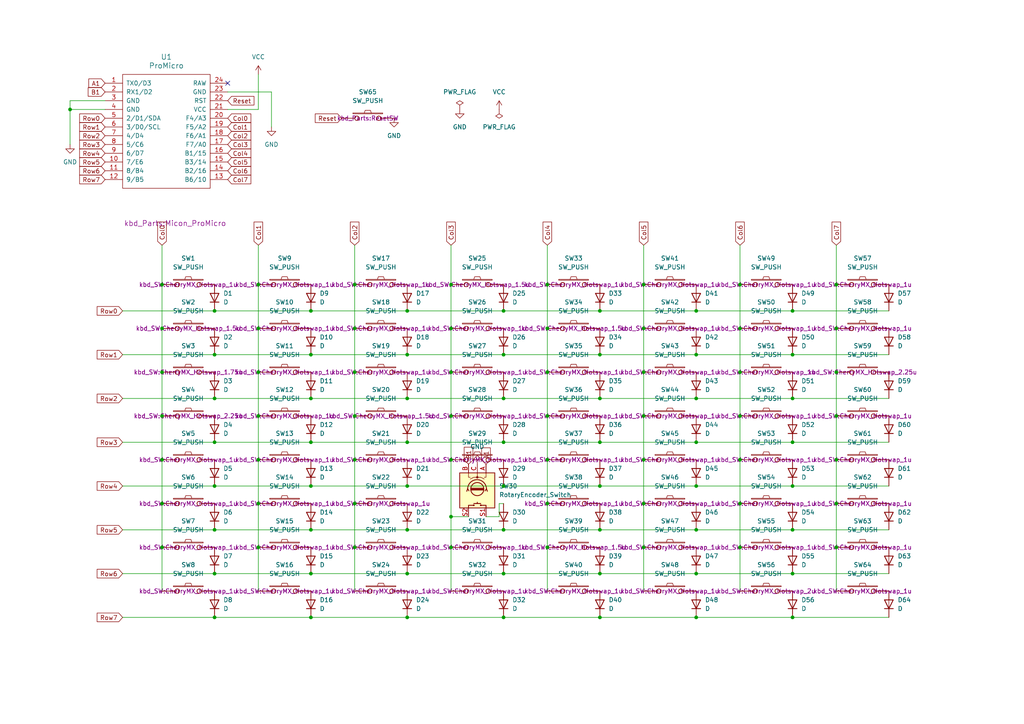
<source format=kicad_sch>
(kicad_sch (version 20230121) (generator eeschema)
  (paper "A4")
  (lib_symbols
    (symbol "Device:D" (pin_numbers hide) (pin_names (offset 1.016) hide)
      (property "Reference" "D" (at 0 2.54 0))
      (property "Value" "D" (at 0 -2.54 0))
      (symbol "D_1_1"
        (pin passive line (at -3.81 0 0) (length 2.54) (name "K") (number "1"))
        (pin passive line (at 3.81 0 180) (length 2.54) (name "A") (number "2"))
      )
    )
    (symbol "Device:RotaryEncoder_Switch" (pin_names (offset 0.254) hide)
      (property "Reference" "SW" (at 0 6.604 0))
      (property "Value" "RotaryEncoder_Switch" (at 0 -6.604 0))
      (symbol "RotaryEncoder_Switch_1_1"
        (pin passive line (at -7.62 2.54 0) (length 2.54) (name "A") (number "A"))
        (pin passive line (at -7.62 -2.54 0) (length 2.54) (name "B") (number "B"))
        (pin passive line (at -7.62 0 0) (length 2.54) (name "C") (number "C"))
        (pin passive line (at 7.62 2.54 180) (length 2.54) (name "S1") (number "S1"))
        (pin passive line (at 7.62 -2.54 180) (length 2.54) (name "S2") (number "S2"))
      )
    )
    (symbol "kbd:ProMicro" (pin_names (offset 1.016))
      (property "Reference" "U" (at 0 19.05 0))
      (property "Value" "ProMicro" (at 0 -19.05 0))
      (symbol "ProMicro_1_1"
        (pin bidirectional line (at -17.78 13.97 0) (length 5.08) (name "TX0/D3") (number "1"))
        (pin bidirectional line (at -17.78 -8.89 0) (length 5.08) (name "7/E6") (number "10"))
        (pin bidirectional line (at -17.78 -11.43 0) (length 5.08) (name "8/B4") (number "11"))
        (pin bidirectional line (at -17.78 -13.97 0) (length 5.08) (name "9/B5") (number "12"))
        (pin bidirectional line (at 17.78 -13.97 180) (length 5.08) (name "B6/10") (number "13"))
        (pin bidirectional line (at 17.78 -11.43 180) (length 5.08) (name "B2/16") (number "14"))
        (pin bidirectional line (at 17.78 -8.89 180) (length 5.08) (name "B3/14") (number "15"))
        (pin bidirectional line (at 17.78 -6.35 180) (length 5.08) (name "B1/15") (number "16"))
        (pin bidirectional line (at 17.78 -3.81 180) (length 5.08) (name "F7/A0") (number "17"))
        (pin bidirectional line (at 17.78 -1.27 180) (length 5.08) (name "F6/A1") (number "18"))
        (pin bidirectional line (at 17.78 1.27 180) (length 5.08) (name "F5/A2") (number "19"))
        (pin bidirectional line (at -17.78 11.43 0) (length 5.08) (name "RX1/D2") (number "2"))
        (pin bidirectional line (at 17.78 3.81 180) (length 5.08) (name "F4/A3") (number "20"))
        (pin power_in line (at 17.78 6.35 180) (length 5.08) (name "VCC") (number "21"))
        (pin input line (at 17.78 8.89 180) (length 5.08) (name "RST") (number "22"))
        (pin power_in line (at 17.78 11.43 180) (length 5.08) (name "GND") (number "23"))
        (pin power_out line (at 17.78 13.97 180) (length 5.08) (name "RAW") (number "24"))
        (pin power_in line (at -17.78 8.89 0) (length 5.08) (name "GND") (number "3"))
        (pin power_in line (at -17.78 6.35 0) (length 5.08) (name "GND") (number "4"))
        (pin bidirectional line (at -17.78 3.81 0) (length 5.08) (name "2/D1/SDA") (number "5"))
        (pin bidirectional line (at -17.78 1.27 0) (length 5.08) (name "3/D0/SCL") (number "6"))
        (pin bidirectional line (at -17.78 -1.27 0) (length 5.08) (name "4/D4") (number "7"))
        (pin bidirectional line (at -17.78 -3.81 0) (length 5.08) (name "5/C6") (number "8"))
        (pin bidirectional line (at -17.78 -6.35 0) (length 5.08) (name "6/D7") (number "9"))
      )
    )
    (symbol "kbd:SW_PUSH" (pin_numbers hide) (pin_names (offset 1.016) hide)
      (property "Reference" "SW" (at 3.81 2.794 0))
      (property "Value" "SW_PUSH" (at 0 -2.032 0))
      (symbol "SW_PUSH_0_1"
        (pin passive inverted (at -7.62 0 0) (length 5.08) (name "1") (number "1"))
        (pin passive inverted (at 7.62 0 180) (length 5.08) (name "2") (number "2"))
      )
    )
    (symbol "power:GND" (power) (pin_names (offset 0))
      (property "Value" "GND" (at 0 -3.81 0))
      (symbol "GND_1_1"
        (pin power_in line (at 0 0 270) (length 0) hide (name "GND") (number "1"))
      )
    )
    (symbol "power:PWR_FLAG" (power) (pin_numbers hide) (pin_names (offset 0) hide)
      (property "Value" "PWR_FLAG" (at 0 3.81 0))
      (symbol "PWR_FLAG_0_0"
        (pin power_out line (at 0 0 90) (length 0) (name "pwr") (number "1"))
      )
    )
    (symbol "power:VCC" (power) (pin_names (offset 0))
      (property "Value" "VCC" (at 0 3.81 0))
      (symbol "VCC_1_1"
        (pin power_in line (at 0 0 90) (length 0) hide (name "VCC") (number "1"))
      )
    )
  )
  (junction (at 46.99 82.55))
  (junction (at 214.63 120.65))
  (junction (at 62.23 179.07))
  (junction (at 62.23 102.87))
  (junction (at 46.99 146.05))
  (junction (at 74.93 133.35))
  (junction (at 90.17 128.27))
  (junction (at 158.75 95.25))
  (junction (at 74.93 158.75))
  (junction (at 201.93 102.87))
  (junction (at 146.05 128.27))
  (junction (at 201.93 153.67))
  (junction (at 46.99 120.65))
  (junction (at 173.99 115.57))
  (junction (at 186.69 107.95))
  (junction (at 242.57 95.25))
  (junction (at 130.81 149.86))
  (junction (at 186.69 133.35))
  (junction (at 62.23 115.57))
  (junction (at 186.69 158.75))
  (junction (at 214.63 133.35))
  (junction (at 130.81 95.25))
  (junction (at 62.23 128.27))
  (junction (at 158.75 107.95))
  (junction (at 118.11 153.67))
  (junction (at 90.17 179.07))
  (junction (at 102.87 82.55))
  (junction (at 130.81 82.55))
  (junction (at 186.69 82.55))
  (junction (at 201.93 166.37))
  (junction (at 173.99 140.97))
  (junction (at 229.87 140.97))
  (junction (at 146.05 166.37))
  (junction (at 229.87 179.07))
  (junction (at 130.81 133.35))
  (junction (at 242.57 146.05))
  (junction (at 62.23 140.97))
  (junction (at 242.57 133.35))
  (junction (at 214.63 95.25))
  (junction (at 46.99 133.35))
  (junction (at 214.63 82.55))
  (junction (at 186.69 146.05))
  (junction (at 158.75 146.05))
  (junction (at 201.93 128.27))
  (junction (at 214.63 107.95))
  (junction (at 20.32 31.75))
  (junction (at 90.17 102.87))
  (junction (at 229.87 153.67))
  (junction (at 102.87 146.05))
  (junction (at 242.57 120.65))
  (junction (at 146.05 90.17))
  (junction (at 90.17 166.37))
  (junction (at 158.75 133.35))
  (junction (at 229.87 90.17))
  (junction (at 158.75 82.55))
  (junction (at 102.87 120.65))
  (junction (at 46.99 95.25))
  (junction (at 90.17 90.17))
  (junction (at 118.11 90.17))
  (junction (at 102.87 107.95))
  (junction (at 201.93 179.07))
  (junction (at 90.17 140.97))
  (junction (at 90.17 153.67))
  (junction (at 173.99 102.87))
  (junction (at 242.57 158.75))
  (junction (at 146.05 140.97))
  (junction (at 242.57 82.55))
  (junction (at 46.99 158.75))
  (junction (at 118.11 102.87))
  (junction (at 229.87 128.27))
  (junction (at 173.99 128.27))
  (junction (at 146.05 102.87))
  (junction (at 102.87 158.75))
  (junction (at 229.87 166.37))
  (junction (at 74.93 146.05))
  (junction (at 173.99 153.67))
  (junction (at 90.17 115.57))
  (junction (at 214.63 146.05))
  (junction (at 201.93 140.97))
  (junction (at 229.87 102.87))
  (junction (at 46.99 107.95))
  (junction (at 158.75 120.65))
  (junction (at 146.05 153.67))
  (junction (at 74.93 120.65))
  (junction (at 118.11 140.97))
  (junction (at 118.11 179.07))
  (junction (at 74.93 107.95))
  (junction (at 186.69 95.25))
  (junction (at 62.23 153.67))
  (junction (at 130.81 120.65))
  (junction (at 173.99 179.07))
  (junction (at 62.23 166.37))
  (junction (at 173.99 90.17))
  (junction (at 201.93 115.57))
  (junction (at 130.81 158.75))
  (junction (at 118.11 128.27))
  (junction (at 102.87 133.35))
  (junction (at 158.75 158.75))
  (junction (at 118.11 166.37))
  (junction (at 146.05 115.57))
  (junction (at 201.93 90.17))
  (junction (at 130.81 107.95))
  (junction (at 229.87 115.57))
  (junction (at 74.93 95.25))
  (junction (at 118.11 115.57))
  (junction (at 186.69 120.65))
  (junction (at 214.63 158.75))
  (junction (at 74.93 82.55))
  (junction (at 242.57 107.95))
  (junction (at 102.87 95.25))
  (junction (at 173.99 166.37))
  (junction (at 62.23 90.17))
  (junction (at 146.05 179.07))
  (no_connect (at 66.04 24.13))
  (wire (pts (xy 130.81 107.95) (xy 130.81 120.65)))
  (wire (pts (xy 74.93 107.95) (xy 74.93 120.65)))
  (wire (pts (xy 214.63 95.25) (xy 214.63 107.95)))
  (wire (pts (xy 35.56 90.17) (xy 62.23 90.17)))
  (wire (pts (xy 229.87 128.27) (xy 257.81 128.27)))
  (wire (pts (xy 146.05 102.87) (xy 173.99 102.87)))
  (wire (pts (xy 214.63 158.75) (xy 214.63 171.45)))
  (wire (pts (xy 173.99 128.27) (xy 201.93 128.27)))
  (wire (pts (xy 146.05 179.07) (xy 173.99 179.07)))
  (wire (pts (xy 158.75 120.65) (xy 158.75 133.35)))
  (wire (pts (xy 118.11 179.07) (xy 146.05 179.07)))
  (wire (pts (xy 62.23 140.97) (xy 90.17 140.97)))
  (wire (pts (xy 30.48 31.75) (xy 20.32 31.75)))
  (wire (pts (xy 62.23 166.37) (xy 90.17 166.37)))
  (wire (pts (xy 90.17 90.17) (xy 118.11 90.17)))
  (wire (pts (xy 173.99 90.17) (xy 201.93 90.17)))
  (wire (pts (xy 102.87 133.35) (xy 102.87 146.05)))
  (wire (pts (xy 90.17 115.57) (xy 118.11 115.57)))
  (wire (pts (xy 146.05 140.97) (xy 173.99 140.97)))
  (wire (pts (xy 130.81 82.55) (xy 130.81 95.25)))
  (wire (pts (xy 90.17 102.87) (xy 118.11 102.87)))
  (wire (pts (xy 201.93 115.57) (xy 229.87 115.57)))
  (wire (pts (xy 90.17 128.27) (xy 118.11 128.27)))
  (wire (pts (xy 118.11 90.17) (xy 146.05 90.17)))
  (wire (pts (xy 186.69 120.65) (xy 186.69 133.35)))
  (wire (pts (xy 173.99 140.97) (xy 201.93 140.97)))
  (wire (pts (xy 62.23 115.57) (xy 90.17 115.57)))
  (wire (pts (xy 158.75 82.55) (xy 158.75 95.25)))
  (wire (pts (xy 173.99 153.67) (xy 201.93 153.67)))
  (wire (pts (xy 173.99 115.57) (xy 201.93 115.57)))
  (wire (pts (xy 146.05 166.37) (xy 173.99 166.37)))
  (wire (pts (xy 130.81 133.35) (xy 130.81 149.86)))
  (wire (pts (xy 130.81 149.86) (xy 135.89 149.86)))
  (wire (pts (xy 146.05 90.17) (xy 173.99 90.17)))
  (wire (pts (xy 66.04 26.67) (xy 78.74 26.67)))
  (wire (pts (xy 46.99 71.12) (xy 46.99 82.55)))
  (wire (pts (xy 214.63 82.55) (xy 214.63 95.25)))
  (wire (pts (xy 20.32 29.21) (xy 20.32 31.75)))
  (wire (pts (xy 102.87 120.65) (xy 102.87 133.35)))
  (wire (pts (xy 74.93 120.65) (xy 74.93 133.35)))
  (wire (pts (xy 201.93 128.27) (xy 229.87 128.27)))
  (wire (pts (xy 90.17 140.97) (xy 118.11 140.97)))
  (wire (pts (xy 229.87 140.97) (xy 257.81 140.97)))
  (wire (pts (xy 62.23 128.27) (xy 90.17 128.27)))
  (wire (pts (xy 62.23 179.07) (xy 90.17 179.07)))
  (wire (pts (xy 229.87 179.07) (xy 257.81 179.07)))
  (wire (pts (xy 62.23 90.17) (xy 90.17 90.17)))
  (wire (pts (xy 35.56 166.37) (xy 62.23 166.37)))
  (wire (pts (xy 74.93 146.05) (xy 74.93 158.75)))
  (wire (pts (xy 146.05 128.27) (xy 173.99 128.27)))
  (wire (pts (xy 74.93 133.35) (xy 74.93 146.05)))
  (wire (pts (xy 90.17 166.37) (xy 118.11 166.37)))
  (wire (pts (xy 242.57 71.12) (xy 242.57 82.55)))
  (wire (pts (xy 46.99 82.55) (xy 46.99 95.25)))
  (wire (pts (xy 102.87 158.75) (xy 102.87 171.45)))
  (wire (pts (xy 186.69 158.75) (xy 186.69 171.45)))
  (wire (pts (xy 46.99 133.35) (xy 46.99 146.05)))
  (wire (pts (xy 78.74 26.67) (xy 78.74 36.83)))
  (wire (pts (xy 242.57 95.25) (xy 242.57 107.95)))
  (wire (pts (xy 186.69 146.05) (xy 186.69 158.75)))
  (wire (pts (xy 158.75 146.05) (xy 158.75 158.75)))
  (wire (pts (xy 173.99 179.07) (xy 201.93 179.07)))
  (wire (pts (xy 102.87 71.12) (xy 102.87 82.55)))
  (wire (pts (xy 118.11 166.37) (xy 146.05 166.37)))
  (wire (pts (xy 35.56 153.67) (xy 62.23 153.67)))
  (wire (pts (xy 201.93 153.67) (xy 229.87 153.67)))
  (wire (pts (xy 158.75 133.35) (xy 158.75 146.05)))
  (wire (pts (xy 186.69 95.25) (xy 186.69 107.95)))
  (wire (pts (xy 201.93 102.87) (xy 229.87 102.87)))
  (wire (pts (xy 144.78 146.05) (xy 146.05 146.05)))
  (wire (pts (xy 158.75 71.12) (xy 158.75 82.55)))
  (wire (pts (xy 46.99 146.05) (xy 46.99 158.75)))
  (wire (pts (xy 90.17 179.07) (xy 118.11 179.07)))
  (wire (pts (xy 46.99 107.95) (xy 46.99 120.65)))
  (wire (pts (xy 146.05 115.57) (xy 173.99 115.57)))
  (wire (pts (xy 102.87 82.55) (xy 102.87 95.25)))
  (wire (pts (xy 229.87 153.67) (xy 257.81 153.67)))
  (wire (pts (xy 201.93 179.07) (xy 229.87 179.07)))
  (wire (pts (xy 35.56 140.97) (xy 62.23 140.97)))
  (wire (pts (xy 46.99 158.75) (xy 46.99 171.45)))
  (wire (pts (xy 214.63 107.95) (xy 214.63 120.65)))
  (wire (pts (xy 130.81 149.86) (xy 130.81 158.75)))
  (wire (pts (xy 46.99 120.65) (xy 46.99 133.35)))
  (wire (pts (xy 118.11 153.67) (xy 146.05 153.67)))
  (wire (pts (xy 35.56 179.07) (xy 62.23 179.07)))
  (wire (pts (xy 130.81 95.25) (xy 130.81 107.95)))
  (wire (pts (xy 74.93 71.12) (xy 74.93 82.55)))
  (wire (pts (xy 158.75 158.75) (xy 158.75 171.45)))
  (wire (pts (xy 242.57 82.55) (xy 242.57 95.25)))
  (wire (pts (xy 229.87 102.87) (xy 257.81 102.87)))
  (wire (pts (xy 229.87 90.17) (xy 257.81 90.17)))
  (wire (pts (xy 242.57 120.65) (xy 242.57 133.35)))
  (wire (pts (xy 90.17 153.67) (xy 118.11 153.67)))
  (wire (pts (xy 118.11 102.87) (xy 146.05 102.87)))
  (wire (pts (xy 173.99 166.37) (xy 201.93 166.37)))
  (wire (pts (xy 130.81 71.12) (xy 130.81 82.55)))
  (wire (pts (xy 102.87 146.05) (xy 102.87 158.75)))
  (wire (pts (xy 214.63 120.65) (xy 214.63 133.35)))
  (wire (pts (xy 201.93 90.17) (xy 229.87 90.17)))
  (wire (pts (xy 158.75 107.95) (xy 158.75 120.65)))
  (wire (pts (xy 186.69 82.55) (xy 186.69 95.25)))
  (wire (pts (xy 102.87 107.95) (xy 102.87 120.65)))
  (wire (pts (xy 35.56 115.57) (xy 62.23 115.57)))
  (wire (pts (xy 214.63 133.35) (xy 214.63 146.05)))
  (wire (pts (xy 35.56 128.27) (xy 62.23 128.27)))
  (wire (pts (xy 201.93 166.37) (xy 229.87 166.37)))
  (wire (pts (xy 20.32 31.75) (xy 20.32 41.91)))
  (wire (pts (xy 118.11 140.97) (xy 146.05 140.97)))
  (wire (pts (xy 186.69 133.35) (xy 186.69 146.05)))
  (wire (pts (xy 74.93 95.25) (xy 74.93 107.95)))
  (wire (pts (xy 140.97 149.86) (xy 144.78 149.86)))
  (wire (pts (xy 242.57 133.35) (xy 242.57 146.05)))
  (wire (pts (xy 74.93 82.55) (xy 74.93 95.25)))
  (wire (pts (xy 146.05 153.67) (xy 173.99 153.67)))
  (wire (pts (xy 201.93 140.97) (xy 229.87 140.97)))
  (wire (pts (xy 158.75 95.25) (xy 158.75 107.95)))
  (wire (pts (xy 214.63 146.05) (xy 214.63 158.75)))
  (wire (pts (xy 186.69 71.12) (xy 186.69 82.55)))
  (wire (pts (xy 214.63 71.12) (xy 214.63 82.55)))
  (wire (pts (xy 242.57 107.95) (xy 242.57 120.65)))
  (wire (pts (xy 130.81 158.75) (xy 130.81 171.45)))
  (wire (pts (xy 144.78 149.86) (xy 144.78 146.05)))
  (wire (pts (xy 62.23 153.67) (xy 90.17 153.67)))
  (wire (pts (xy 242.57 158.75) (xy 242.57 171.45)))
  (wire (pts (xy 173.99 102.87) (xy 201.93 102.87)))
  (wire (pts (xy 66.04 31.75) (xy 74.93 31.75)))
  (wire (pts (xy 130.81 120.65) (xy 130.81 133.35)))
  (wire (pts (xy 74.93 158.75) (xy 74.93 171.45)))
  (wire (pts (xy 30.48 29.21) (xy 20.32 29.21)))
  (wire (pts (xy 229.87 115.57) (xy 257.81 115.57)))
  (wire (pts (xy 229.87 166.37) (xy 257.81 166.37)))
  (wire (pts (xy 62.23 102.87) (xy 90.17 102.87)))
  (wire (pts (xy 186.69 107.95) (xy 186.69 120.65)))
  (wire (pts (xy 74.93 21.59) (xy 74.93 31.75)))
  (wire (pts (xy 46.99 95.25) (xy 46.99 107.95)))
  (wire (pts (xy 102.87 95.25) (xy 102.87 107.95)))
  (wire (pts (xy 118.11 128.27) (xy 146.05 128.27)))
  (wire (pts (xy 35.56 102.87) (xy 62.23 102.87)))
  (wire (pts (xy 118.11 115.57) (xy 146.05 115.57)))
  (wire (pts (xy 242.57 146.05) (xy 242.57 158.75)))
  (global_label "Col7" (shape input) (at 242.57 71.12 90) (property "Intersheetrefs" "${INTERSHEET_REFS}" (effects hide)))
  (global_label "Col2" (shape input) (at 102.87 71.12 90) (property "Intersheetrefs" "${INTERSHEET_REFS}" (effects hide)))
  (global_label "Row5" (shape input) (at 35.56 153.67 180) (property "Intersheetrefs" "${INTERSHEET_REFS}" (effects hide)))
  (global_label "Row7" (shape input) (at 35.56 179.07 180) (property "Intersheetrefs" "${INTERSHEET_REFS}" (effects hide)))
  (global_label "Row0" (shape input) (at 35.56 90.17 180) (property "Intersheetrefs" "${INTERSHEET_REFS}" (effects hide)))
  (global_label "Col1" (shape input) (at 74.93 71.12 90) (property "Intersheetrefs" "${INTERSHEET_REFS}" (effects hide)))
  (global_label "Col4" (shape input) (at 158.75 71.12 90) (property "Intersheetrefs" "${INTERSHEET_REFS}" (effects hide)))
  (global_label "Row1" (shape input) (at 30.48 36.83 180) (property "Intersheetrefs" "${INTERSHEET_REFS}" (effects hide)))
  (global_label "Row2" (shape input) (at 30.48 39.37 180) (property "Intersheetrefs" "${INTERSHEET_REFS}" (effects hide)))
  (global_label "B1" (shape input) (at 30.48 26.67 180) (property "Intersheetrefs" "${INTERSHEET_REFS}" (effects hide)))
  (global_label "Row7" (shape input) (at 30.48 52.07 180) (property "Intersheetrefs" "${INTERSHEET_REFS}" (effects hide)))
  (global_label "Reset" (shape input) (at 99.06 34.29 180) (property "Intersheetrefs" "${INTERSHEET_REFS}" (effects hide)))
  (global_label "Col0" (shape input) (at 46.99 71.12 90) (property "Intersheetrefs" "${INTERSHEET_REFS}" (effects hide)))
  (global_label "Col6" (shape input) (at 214.63 71.12 90) (property "Intersheetrefs" "${INTERSHEET_REFS}" (effects hide)))
  (global_label "Row5" (shape input) (at 30.48 46.99 180) (property "Intersheetrefs" "${INTERSHEET_REFS}" (effects hide)))
  (global_label "Reset" (shape input) (at 66.04 29.21 0) (property "Intersheetrefs" "${INTERSHEET_REFS}" (effects hide)))
  (global_label "Row6" (shape input) (at 35.56 166.37 180) (property "Intersheetrefs" "${INTERSHEET_REFS}" (effects hide)))
  (global_label "Col0" (shape input) (at 66.04 34.29 0) (property "Intersheetrefs" "${INTERSHEET_REFS}" (effects hide)))
  (global_label "Row4" (shape input) (at 35.56 140.97 180) (property "Intersheetrefs" "${INTERSHEET_REFS}" (effects hide)))
  (global_label "Col5" (shape input) (at 66.04 46.99 0) (property "Intersheetrefs" "${INTERSHEET_REFS}" (effects hide)))
  (global_label "Row1" (shape input) (at 35.56 102.87 180) (property "Intersheetrefs" "${INTERSHEET_REFS}" (effects hide)))
  (global_label "Col1" (shape input) (at 66.04 36.83 0) (property "Intersheetrefs" "${INTERSHEET_REFS}" (effects hide)))
  (global_label "Row3" (shape input) (at 30.48 41.91 180) (property "Intersheetrefs" "${INTERSHEET_REFS}" (effects hide)))
  (global_label "Row6" (shape input) (at 30.48 49.53 180) (property "Intersheetrefs" "${INTERSHEET_REFS}" (effects hide)))
  (global_label "Col4" (shape input) (at 66.04 44.45 0) (property "Intersheetrefs" "${INTERSHEET_REFS}" (effects hide)))
  (global_label "Col2" (shape input) (at 66.04 39.37 0) (property "Intersheetrefs" "${INTERSHEET_REFS}" (effects hide)))
  (global_label "Col6" (shape input) (at 66.04 49.53 0) (property "Intersheetrefs" "${INTERSHEET_REFS}" (effects hide)))
  (global_label "B1" (shape input) (at 135.89 134.62 90) (property "Intersheetrefs" "${INTERSHEET_REFS}" (effects hide)))
  (global_label "A1" (shape input) (at 30.48 24.13 180) (property "Intersheetrefs" "${INTERSHEET_REFS}" (effects hide)))
  (global_label "Col5" (shape input) (at 186.69 71.12 90) (property "Intersheetrefs" "${INTERSHEET_REFS}" (effects hide)))
  (global_label "Col3" (shape input) (at 130.81 71.12 90) (property "Intersheetrefs" "${INTERSHEET_REFS}" (effects hide)))
  (global_label "Row2" (shape input) (at 35.56 115.57 180) (property "Intersheetrefs" "${INTERSHEET_REFS}" (effects hide)))
  (global_label "Row3" (shape input) (at 35.56 128.27 180) (property "Intersheetrefs" "${INTERSHEET_REFS}" (effects hide)))
  (global_label "Col7" (shape input) (at 66.04 52.07 0) (property "Intersheetrefs" "${INTERSHEET_REFS}" (effects hide)))
  (global_label "Row0" (shape input) (at 30.48 34.29 180) (property "Intersheetrefs" "${INTERSHEET_REFS}" (effects hide)))
  (global_label "Row4" (shape input) (at 30.48 44.45 180) (property "Intersheetrefs" "${INTERSHEET_REFS}" (effects hide)))
  (global_label "Col3" (shape input) (at 66.04 41.91 0) (property "Intersheetrefs" "${INTERSHEET_REFS}" (effects hide)))
  (global_label "A1" (shape input) (at 140.97 134.62 90) (property "Intersheetrefs" "${INTERSHEET_REFS}" (effects hide)))
  (symbol (lib_id "Device:D") (at 201.93 99.06 90) (unit 1)
    (property "Reference" "D42" (at 204.47 97.79 90) (effects (justify right)))
    (property "Value" "D" (at 204.47 100.33 90) (effects (justify right)))
    (property "Footprint" "kbd_Parts:Diode_SMD" (effects hide))
    (property "Sim.Device" "D" (effects hide))
    (property "Sim.Pins" "1=K 2=A" (effects hide))
  )
  (symbol (lib_id "kbd:SW_PUSH") (at 194.31 107.95 0) (unit 1)
    (property "Reference" "SW43" (at 194.31 100.33 0))
    (property "Value" "SW_PUSH" (at 194.31 102.87 0))
    (property "Footprint" "kbd_SW:CherryMX_Hotswap_1u" (at 194.31 107.95 0))
  )
  (symbol (lib_id "kbd:SW_PUSH") (at 110.49 107.95 0) (unit 1)
    (property "Reference" "SW19" (at 110.49 100.33 0))
    (property "Value" "SW_PUSH" (at 110.49 102.87 0))
    (property "Footprint" "kbd_SW:CherryMX_Hotswap_1u" (at 110.49 107.95 0))
  )
  (symbol (lib_id "kbd:SW_PUSH") (at 82.55 120.65 0) (unit 1)
    (property "Reference" "SW12" (at 82.55 113.03 0))
    (property "Value" "SW_PUSH" (at 82.55 115.57 0))
    (property "Footprint" "kbd_SW:CherryMX_Hotswap_1u" (at 82.55 120.65 0))
  )
  (symbol (lib_id "power:GND") (at 78.74 36.83 0) (unit 1)
    (property "Reference" "#PWR03" (effects hide))
    (property "Value" "GND" (at 78.74 41.91 0))
  )
  (symbol (lib_id "Device:D") (at 201.93 124.46 90) (unit 1)
    (property "Reference" "D44" (at 204.47 123.19 90) (effects (justify right)))
    (property "Value" "D" (at 204.47 125.73 90) (effects (justify right)))
    (property "Footprint" "kbd_Parts:Diode_SMD" (effects hide))
    (property "Sim.Device" "D" (effects hide))
    (property "Sim.Pins" "1=K 2=A" (effects hide))
  )
  (symbol (lib_id "kbd:SW_PUSH") (at 222.25 146.05 0) (unit 1)
    (property "Reference" "SW54" (at 222.25 138.43 0))
    (property "Value" "SW_PUSH" (at 222.25 140.97 0))
    (property "Footprint" "kbd_SW:CherryMX_Hotswap_1u" (at 222.25 146.05 0))
  )
  (symbol (lib_id "kbd:SW_PUSH") (at 166.37 171.45 0) (unit 1)
    (property "Reference" "SW40" (at 166.37 163.83 0))
    (property "Value" "SW_PUSH" (at 166.37 166.37 0))
    (property "Footprint" "kbd_SW:CherryMX_Hotswap_1u" (at 166.37 171.45 0))
  )
  (symbol (lib_id "Device:D") (at 229.87 162.56 90) (unit 1)
    (property "Reference" "D55" (at 232.41 161.29 90) (effects (justify right)))
    (property "Value" "D" (at 232.41 163.83 90) (effects (justify right)))
    (property "Footprint" "kbd_Parts:Diode_SMD" (effects hide))
    (property "Sim.Device" "D" (effects hide))
    (property "Sim.Pins" "1=K 2=A" (effects hide))
  )
  (symbol (lib_id "Device:D") (at 118.11 137.16 90) (unit 1)
    (property "Reference" "D21" (at 120.65 135.89 90) (effects (justify right)))
    (property "Value" "D" (at 120.65 138.43 90) (effects (justify right)))
    (property "Footprint" "kbd_Parts:Diode_SMD" (effects hide))
    (property "Sim.Device" "D" (effects hide))
    (property "Sim.Pins" "1=K 2=A" (effects hide))
  )
  (symbol (lib_id "Device:D") (at 229.87 124.46 90) (unit 1)
    (property "Reference" "D52" (at 232.41 123.19 90) (effects (justify right)))
    (property "Value" "D" (at 232.41 125.73 90) (effects (justify right)))
    (property "Footprint" "kbd_Parts:Diode_SMD" (effects hide))
    (property "Sim.Device" "D" (effects hide))
    (property "Sim.Pins" "1=K 2=A" (effects hide))
  )
  (symbol (lib_id "power:GND") (at 20.32 41.91 0) (unit 1)
    (property "Reference" "#PWR01" (effects hide))
    (property "Value" "GND" (at 20.32 46.99 0))
  )
  (symbol (lib_id "Device:D") (at 201.93 111.76 90) (unit 1)
    (property "Reference" "D43" (at 204.47 110.49 90) (effects (justify right)))
    (property "Value" "D" (at 204.47 113.03 90) (effects (justify right)))
    (property "Footprint" "kbd_Parts:Diode_SMD" (effects hide))
    (property "Sim.Device" "D" (effects hide))
    (property "Sim.Pins" "1=K 2=A" (effects hide))
  )
  (symbol (lib_id "Device:D") (at 90.17 86.36 90) (unit 1)
    (property "Reference" "D9" (at 92.71 85.09 90) (effects (justify right)))
    (property "Value" "D" (at 92.71 87.63 90) (effects (justify right)))
    (property "Footprint" "kbd_Parts:Diode_SMD" (effects hide))
    (property "Sim.Device" "D" (effects hide))
    (property "Sim.Pins" "1=K 2=A" (effects hide))
  )
  (symbol (lib_id "kbd:SW_PUSH") (at 166.37 158.75 0) (unit 1)
    (property "Reference" "SW39" (at 166.37 151.13 0))
    (property "Value" "SW_PUSH" (at 166.37 153.67 0))
    (property "Footprint" "kbd_SW:CherryMX_Hotswap_1.5u" (at 166.37 158.75 0))
  )
  (symbol (lib_id "kbd:SW_PUSH") (at 138.43 158.75 0) (unit 1)
    (property "Reference" "SW31" (at 138.43 151.13 0))
    (property "Value" "SW_PUSH" (at 138.43 153.67 0))
    (property "Footprint" "kbd_SW:CherryMX_Hotswap_1u" (at 138.43 158.75 0))
  )
  (symbol (lib_id "power:GND") (at 138.43 134.62 180) (unit 1)
    (property "Reference" "#PWR06" (effects hide))
    (property "Value" "GND" (at 138.43 129.54 0))
  )
  (symbol (lib_id "kbd:SW_PUSH") (at 138.43 171.45 0) (unit 1)
    (property "Reference" "SW32" (at 138.43 163.83 0))
    (property "Value" "SW_PUSH" (at 138.43 166.37 0))
    (property "Footprint" "kbd_SW:CherryMX_Hotswap_1u" (at 138.43 171.45 0))
  )
  (symbol (lib_id "kbd:SW_PUSH") (at 222.25 95.25 0) (unit 1)
    (property "Reference" "SW50" (at 222.25 87.63 0))
    (property "Value" "SW_PUSH" (at 222.25 90.17 0))
    (property "Footprint" "kbd_SW:CherryMX_Hotswap_1u" (at 222.25 95.25 0))
  )
  (symbol (lib_id "kbd:SW_PUSH") (at 166.37 120.65 0) (unit 1)
    (property "Reference" "SW36" (at 166.37 113.03 0))
    (property "Value" "SW_PUSH" (at 166.37 115.57 0))
    (property "Footprint" "kbd_SW:CherryMX_Hotswap_1u" (at 166.37 120.65 0))
  )
  (symbol (lib_id "kbd:SW_PUSH") (at 110.49 171.45 0) (unit 1)
    (property "Reference" "SW24" (at 110.49 163.83 0))
    (property "Value" "SW_PUSH" (at 110.49 166.37 0))
    (property "Footprint" "kbd_SW:CherryMX_Hotswap_1u" (at 110.49 171.45 0))
  )
  (symbol (lib_id "Device:D") (at 146.05 86.36 90) (unit 1)
    (property "Reference" "D25" (at 148.59 85.09 90) (effects (justify right)))
    (property "Value" "D" (at 148.59 87.63 90) (effects (justify right)))
    (property "Footprint" "kbd_Parts:Diode_SMD" (effects hide))
    (property "Sim.Device" "D" (effects hide))
    (property "Sim.Pins" "1=K 2=A" (effects hide))
  )
  (symbol (lib_id "Device:D") (at 62.23 149.86 90) (unit 1)
    (property "Reference" "D6" (at 64.77 148.59 90) (effects (justify right)))
    (property "Value" "D" (at 64.77 151.13 90) (effects (justify right)))
    (property "Footprint" "kbd_Parts:Diode_SMD" (effects hide))
    (property "Sim.Device" "D" (effects hide))
    (property "Sim.Pins" "1=K 2=A" (effects hide))
  )
  (symbol (lib_id "Device:D") (at 229.87 99.06 90) (unit 1)
    (property "Reference" "D50" (at 232.41 97.79 90) (effects (justify right)))
    (property "Value" "D" (at 232.41 100.33 90) (effects (justify right)))
    (property "Footprint" "kbd_Parts:Diode_SMD" (effects hide))
    (property "Sim.Device" "D" (effects hide))
    (property "Sim.Pins" "1=K 2=A" (effects hide))
  )
  (symbol (lib_id "kbd:SW_PUSH") (at 194.31 95.25 0) (unit 1)
    (property "Reference" "SW42" (at 194.31 87.63 0))
    (property "Value" "SW_PUSH" (at 194.31 90.17 0))
    (property "Footprint" "kbd_SW:CherryMX_Hotswap_1u" (at 194.31 95.25 0))
  )
  (symbol (lib_id "kbd:SW_PUSH") (at 138.43 133.35 0) (unit 1)
    (property "Reference" "SW29" (at 138.43 125.73 0))
    (property "Value" "SW_PUSH" (at 138.43 128.27 0))
    (property "Footprint" "kbd_SW:CherryMX_Hotswap_1u" (at 138.43 133.35 0))
  )
  (symbol (lib_id "Device:D") (at 146.05 149.86 90) (unit 1)
    (property "Reference" "D30" (at 148.59 148.59 90) (effects (justify right)))
    (property "Value" "D" (at 148.59 151.13 90) (effects (justify right)))
    (property "Footprint" "kbd_Parts:Diode_SMD" (effects hide))
    (property "Sim.Device" "D" (effects hide))
    (property "Sim.Pins" "1=K 2=A" (effects hide))
  )
  (symbol (lib_id "kbd:SW_PUSH") (at 222.25 82.55 0) (unit 1)
    (property "Reference" "SW49" (at 222.25 74.93 0))
    (property "Value" "SW_PUSH" (at 222.25 77.47 0))
    (property "Footprint" "kbd_SW:CherryMX_Hotswap_1u" (at 222.25 82.55 0))
  )
  (symbol (lib_id "kbd:SW_PUSH") (at 54.61 171.45 0) (unit 1)
    (property "Reference" "SW8" (at 54.61 163.83 0))
    (property "Value" "SW_PUSH" (at 54.61 166.37 0))
    (property "Footprint" "kbd_SW:CherryMX_Hotswap_1u" (at 54.61 171.45 0))
  )
  (symbol (lib_id "Device:D") (at 90.17 162.56 90) (unit 1)
    (property "Reference" "D15" (at 92.71 161.29 90) (effects (justify right)))
    (property "Value" "D" (at 92.71 163.83 90) (effects (justify right)))
    (property "Footprint" "kbd_Parts:Diode_SMD" (effects hide))
    (property "Sim.Device" "D" (effects hide))
    (property "Sim.Pins" "1=K 2=A" (effects hide))
  )
  (symbol (lib_id "kbd:SW_PUSH") (at 250.19 133.35 0) (unit 1)
    (property "Reference" "SW61" (at 250.19 125.73 0))
    (property "Value" "SW_PUSH" (at 250.19 128.27 0))
    (property "Footprint" "kbd_SW:CherryMX_Hotswap_1u" (at 250.19 133.35 0))
  )
  (symbol (lib_id "Device:D") (at 118.11 175.26 90) (unit 1)
    (property "Reference" "D24" (at 120.65 173.99 90) (effects (justify right)))
    (property "Value" "D" (at 120.65 176.53 90) (effects (justify right)))
    (property "Footprint" "kbd_Parts:Diode_SMD" (effects hide))
    (property "Sim.Device" "D" (effects hide))
    (property "Sim.Pins" "1=K 2=A" (effects hide))
  )
  (symbol (lib_id "Device:D") (at 146.05 124.46 90) (unit 1)
    (property "Reference" "D28" (at 148.59 123.19 90) (effects (justify right)))
    (property "Value" "D" (at 148.59 125.73 90) (effects (justify right)))
    (property "Footprint" "kbd_Parts:Diode_SMD" (effects hide))
    (property "Sim.Device" "D" (effects hide))
    (property "Sim.Pins" "1=K 2=A" (effects hide))
  )
  (symbol (lib_id "kbd:SW_PUSH") (at 194.31 120.65 0) (unit 1)
    (property "Reference" "SW44" (at 194.31 113.03 0))
    (property "Value" "SW_PUSH" (at 194.31 115.57 0))
    (property "Footprint" "kbd_SW:CherryMX_Hotswap_1u" (at 194.31 120.65 0))
  )
  (symbol (lib_id "Device:D") (at 90.17 137.16 90) (unit 1)
    (property "Reference" "D13" (at 92.71 135.89 90) (effects (justify right)))
    (property "Value" "D" (at 92.71 138.43 90) (effects (justify right)))
    (property "Footprint" "kbd_Parts:Diode_SMD" (effects hide))
    (property "Sim.Device" "D" (effects hide))
    (property "Sim.Pins" "1=K 2=A" (effects hide))
  )
  (symbol (lib_id "Device:D") (at 201.93 137.16 90) (unit 1)
    (property "Reference" "D45" (at 204.47 135.89 90) (effects (justify right)))
    (property "Value" "D" (at 204.47 138.43 90) (effects (justify right)))
    (property "Footprint" "kbd_Parts:Diode_SMD" (effects hide))
    (property "Sim.Device" "D" (effects hide))
    (property "Sim.Pins" "1=K 2=A" (effects hide))
  )
  (symbol (lib_id "kbd:SW_PUSH") (at 138.43 95.25 0) (unit 1)
    (property "Reference" "SW26" (at 138.43 87.63 0))
    (property "Value" "SW_PUSH" (at 138.43 90.17 0))
    (property "Footprint" "kbd_SW:CherryMX_Hotswap_1u" (at 138.43 95.25 0))
  )
  (symbol (lib_id "Device:D") (at 173.99 175.26 90) (unit 1)
    (property "Reference" "D40" (at 176.53 173.99 90) (effects (justify right)))
    (property "Value" "D" (at 176.53 176.53 90) (effects (justify right)))
    (property "Footprint" "kbd_Parts:Diode_SMD" (effects hide))
    (property "Sim.Device" "D" (effects hide))
    (property "Sim.Pins" "1=K 2=A" (effects hide))
  )
  (symbol (lib_id "kbd:SW_PUSH") (at 222.25 158.75 0) (unit 1)
    (property "Reference" "SW55" (at 222.25 151.13 0))
    (property "Value" "SW_PUSH" (at 222.25 153.67 0))
    (property "Footprint" "kbd_SW:CherryMX_Hotswap_1u" (at 222.25 158.75 0))
  )
  (symbol (lib_id "Device:D") (at 257.81 99.06 90) (unit 1)
    (property "Reference" "D58" (at 260.35 97.79 90) (effects (justify right)))
    (property "Value" "D" (at 260.35 100.33 90) (effects (justify right)))
    (property "Footprint" "kbd_Parts:Diode_SMD" (effects hide))
    (property "Sim.Device" "D" (effects hide))
    (property "Sim.Pins" "1=K 2=A" (effects hide))
  )
  (symbol (lib_id "kbd:SW_PUSH") (at 110.49 95.25 0) (unit 1)
    (property "Reference" "SW18" (at 110.49 87.63 0))
    (property "Value" "SW_PUSH" (at 110.49 90.17 0))
    (property "Footprint" "kbd_SW:CherryMX_Hotswap_1u" (at 110.49 95.25 0))
  )
  (symbol (lib_id "Device:D") (at 118.11 99.06 90) (unit 1)
    (property "Reference" "D18" (at 120.65 97.79 90) (effects (justify right)))
    (property "Value" "D" (at 120.65 100.33 90) (effects (justify right)))
    (property "Footprint" "kbd_Parts:Diode_SMD" (effects hide))
    (property "Sim.Device" "D" (effects hide))
    (property "Sim.Pins" "1=K 2=A" (effects hide))
  )
  (symbol (lib_id "Device:D") (at 257.81 111.76 90) (unit 1)
    (property "Reference" "D59" (at 260.35 110.49 90) (effects (justify right)))
    (property "Value" "D" (at 260.35 113.03 90) (effects (justify right)))
    (property "Footprint" "kbd_Parts:Diode_SMD" (effects hide))
    (property "Sim.Device" "D" (effects hide))
    (property "Sim.Pins" "1=K 2=A" (effects hide))
  )
  (symbol (lib_id "Device:D") (at 173.99 162.56 90) (unit 1)
    (property "Reference" "D39" (at 176.53 161.29 90) (effects (justify right)))
    (property "Value" "D" (at 176.53 163.83 90) (effects (justify right)))
    (property "Footprint" "kbd_Parts:Diode_SMD" (effects hide))
    (property "Sim.Device" "D" (effects hide))
    (property "Sim.Pins" "1=K 2=A" (effects hide))
  )
  (symbol (lib_id "kbd:SW_PUSH") (at 194.31 171.45 0) (unit 1)
    (property "Reference" "SW48" (at 194.31 163.83 0))
    (property "Value" "SW_PUSH" (at 194.31 166.37 0))
    (property "Footprint" "kbd_SW:CherryMX_Hotswap_1u" (at 194.31 171.45 0))
  )
  (symbol (lib_id "kbd:SW_PUSH") (at 106.68 34.29 0) (unit 1)
    (property "Reference" "SW65" (at 106.68 26.67 0))
    (property "Value" "SW_PUSH" (at 106.68 29.21 0))
    (property "Footprint" "kbd_Parts:ResetSW" (at 106.68 34.29 0))
  )
  (symbol (lib_id "Device:D") (at 118.11 111.76 90) (unit 1)
    (property "Reference" "D19" (at 120.65 110.49 90) (effects (justify right)))
    (property "Value" "D" (at 120.65 113.03 90) (effects (justify right)))
    (property "Footprint" "kbd_Parts:Diode_SMD" (effects hide))
    (property "Sim.Device" "D" (effects hide))
    (property "Sim.Pins" "1=K 2=A" (effects hide))
  )
  (symbol (lib_id "Device:D") (at 257.81 162.56 90) (unit 1)
    (property "Reference" "D63" (at 260.35 161.29 90) (effects (justify right)))
    (property "Value" "D" (at 260.35 163.83 90) (effects (justify right)))
    (property "Footprint" "kbd_Parts:Diode_SMD" (effects hide))
    (property "Sim.Device" "D" (effects hide))
    (property "Sim.Pins" "1=K 2=A" (effects hide))
  )
  (symbol (lib_id "Device:D") (at 118.11 162.56 90) (unit 1)
    (property "Reference" "D23" (at 120.65 161.29 90) (effects (justify right)))
    (property "Value" "D" (at 120.65 163.83 90) (effects (justify right)))
    (property "Footprint" "kbd_Parts:Diode_SMD" (effects hide))
    (property "Sim.Device" "D" (effects hide))
    (property "Sim.Pins" "1=K 2=A" (effects hide))
  )
  (symbol (lib_id "Device:D") (at 173.99 86.36 90) (unit 1)
    (property "Reference" "D33" (at 176.53 85.09 90) (effects (justify right)))
    (property "Value" "D" (at 176.53 87.63 90) (effects (justify right)))
    (property "Footprint" "kbd_Parts:Diode_SMD" (effects hide))
    (property "Sim.Device" "D" (effects hide))
    (property "Sim.Pins" "1=K 2=A" (effects hide))
  )
  (symbol (lib_id "kbd:SW_PUSH") (at 250.19 107.95 0) (unit 1)
    (property "Reference" "SW59" (at 250.19 100.33 0))
    (property "Value" "SW_PUSH" (at 250.19 102.87 0))
    (property "Footprint" "kbd_SW:CherryMX_Hotswap_2.25u" (at 250.19 107.95 0))
  )
  (symbol (lib_id "kbd:SW_PUSH") (at 110.49 146.05 0) (unit 1)
    (property "Reference" "SW22" (at 110.49 138.43 0))
    (property "Value" "SW_PUSH" (at 110.49 140.97 0))
    (property "Footprint" "kbd_SW:CherryMX_Hotswap_1u" (at 110.49 146.05 0))
  )
  (symbol (lib_id "kbd:SW_PUSH") (at 54.61 120.65 0) (unit 1)
    (property "Reference" "SW4" (at 54.61 113.03 0))
    (property "Value" "SW_PUSH" (at 54.61 115.57 0))
    (property "Footprint" "kbd_SW:CherryMX_Hotswap_2.25u" (at 54.61 120.65 0))
  )
  (symbol (lib_id "kbd:SW_PUSH") (at 222.25 120.65 0) (unit 1)
    (property "Reference" "SW52" (at 222.25 113.03 0))
    (property "Value" "SW_PUSH" (at 222.25 115.57 0))
    (property "Footprint" "kbd_SW:CherryMX_Hotswap_1u" (at 222.25 120.65 0))
  )
  (symbol (lib_id "Device:D") (at 146.05 137.16 90) (unit 1)
    (property "Reference" "D29" (at 148.59 135.89 90) (effects (justify right)))
    (property "Value" "D" (at 148.59 138.43 90) (effects (justify right)))
    (property "Footprint" "kbd_Parts:Diode_SMD" (effects hide))
    (property "Sim.Device" "D" (effects hide))
    (property "Sim.Pins" "1=K 2=A" (effects hide))
  )
  (symbol (lib_id "kbd:SW_PUSH") (at 82.55 146.05 0) (unit 1)
    (property "Reference" "SW14" (at 82.55 138.43 0))
    (property "Value" "SW_PUSH" (at 82.55 140.97 0))
    (property "Footprint" "kbd_SW:CherryMX_Hotswap_1u" (at 82.55 146.05 0))
  )
  (symbol (lib_id "Device:D") (at 90.17 111.76 90) (unit 1)
    (property "Reference" "D11" (at 92.71 110.49 90) (effects (justify right)))
    (property "Value" "D" (at 92.71 113.03 90) (effects (justify right)))
    (property "Footprint" "kbd_Parts:Diode_SMD" (effects hide))
    (property "Sim.Device" "D" (effects hide))
    (property "Sim.Pins" "1=K 2=A" (effects hide))
  )
  (symbol (lib_id "Device:D") (at 257.81 175.26 90) (unit 1)
    (property "Reference" "D64" (at 260.35 173.99 90) (effects (justify right)))
    (property "Value" "D" (at 260.35 176.53 90) (effects (justify right)))
    (property "Footprint" "kbd_Parts:Diode_SMD" (effects hide))
    (property "Sim.Device" "D" (effects hide))
    (property "Sim.Pins" "1=K 2=A" (effects hide))
  )
  (symbol (lib_id "Device:D") (at 118.11 86.36 90) (unit 1)
    (property "Reference" "D17" (at 120.65 85.09 90) (effects (justify right)))
    (property "Value" "D" (at 120.65 87.63 90) (effects (justify right)))
    (property "Footprint" "kbd_Parts:Diode_SMD" (effects hide))
    (property "Sim.Device" "D" (effects hide))
    (property "Sim.Pins" "1=K 2=A" (effects hide))
  )
  (symbol (lib_id "Device:D") (at 146.05 175.26 90) (unit 1)
    (property "Reference" "D32" (at 148.59 173.99 90) (effects (justify right)))
    (property "Value" "D" (at 148.59 176.53 90) (effects (justify right)))
    (property "Footprint" "kbd_Parts:Diode_SMD" (effects hide))
    (property "Sim.Device" "D" (effects hide))
    (property "Sim.Pins" "1=K 2=A" (effects hide))
  )
  (symbol (lib_id "kbd:SW_PUSH") (at 82.55 133.35 0) (unit 1)
    (property "Reference" "SW13" (at 82.55 125.73 0))
    (property "Value" "SW_PUSH" (at 82.55 128.27 0))
    (property "Footprint" "kbd_SW:CherryMX_Hotswap_1u" (at 82.55 133.35 0))
  )
  (symbol (lib_id "kbd:SW_PUSH") (at 166.37 146.05 0) (unit 1)
    (property "Reference" "SW38" (at 166.37 138.43 0))
    (property "Value" "SW_PUSH" (at 166.37 140.97 0))
    (property "Footprint" "kbd_SW:CherryMX_Hotswap_1u" (at 166.37 146.05 0))
  )
  (symbol (lib_id "Device:D") (at 146.05 111.76 90) (unit 1)
    (property "Reference" "D27" (at 148.59 110.49 90) (effects (justify right)))
    (property "Value" "D" (at 148.59 113.03 90) (effects (justify right)))
    (property "Footprint" "kbd_Parts:Diode_SMD" (effects hide))
    (property "Sim.Device" "D" (effects hide))
    (property "Sim.Pins" "1=K 2=A" (effects hide))
  )
  (symbol (lib_id "power:VCC") (at 74.93 21.59 0) (unit 1)
    (property "Reference" "#PWR02" (effects hide))
    (property "Value" "VCC" (at 74.93 16.51 0))
  )
  (symbol (lib_id "Device:D") (at 90.17 175.26 90) (unit 1)
    (property "Reference" "D16" (at 92.71 173.99 90) (effects (justify right)))
    (property "Value" "D" (at 92.71 176.53 90) (effects (justify right)))
    (property "Footprint" "kbd_Parts:Diode_SMD" (effects hide))
    (property "Sim.Device" "D" (effects hide))
    (property "Sim.Pins" "1=K 2=A" (effects hide))
  )
  (symbol (lib_id "kbd:SW_PUSH") (at 166.37 82.55 0) (unit 1)
    (property "Reference" "SW33" (at 166.37 74.93 0))
    (property "Value" "SW_PUSH" (at 166.37 77.47 0))
    (property "Footprint" "kbd_SW:CherryMX_Hotswap_1u" (at 166.37 82.55 0))
  )
  (symbol (lib_id "kbd:SW_PUSH") (at 222.25 133.35 0) (unit 1)
    (property "Reference" "SW53" (at 222.25 125.73 0))
    (property "Value" "SW_PUSH" (at 222.25 128.27 0))
    (property "Footprint" "kbd_SW:CherryMX_Hotswap_1u" (at 222.25 133.35 0))
  )
  (symbol (lib_id "kbd:SW_PUSH") (at 166.37 107.95 0) (unit 1)
    (property "Reference" "SW35" (at 166.37 100.33 0))
    (property "Value" "SW_PUSH" (at 166.37 102.87 0))
    (property "Footprint" "kbd_SW:CherryMX_Hotswap_1u" (at 166.37 107.95 0))
  )
  (symbol (lib_id "Device:D") (at 62.23 86.36 90) (unit 1)
    (property "Reference" "D1" (at 64.77 85.09 90) (effects (justify right)))
    (property "Value" "D" (at 64.77 87.63 90) (effects (justify right)))
    (property "Footprint" "kbd_Parts:Diode_SMD" (effects hide))
    (property "Sim.Device" "D" (effects hide))
    (property "Sim.Pins" "1=K 2=A" (effects hide))
  )
  (symbol (lib_id "Device:D") (at 118.11 124.46 90) (unit 1)
    (property "Reference" "D20" (at 120.65 123.19 90) (effects (justify right)))
    (property "Value" "D" (at 120.65 125.73 90) (effects (justify right)))
    (property "Footprint" "kbd_Parts:Diode_SMD" (effects hide))
    (property "Sim.Device" "D" (effects hide))
    (property "Sim.Pins" "1=K 2=A" (effects hide))
  )
  (symbol (lib_id "Device:D") (at 62.23 175.26 90) (unit 1)
    (property "Reference" "D8" (at 64.77 173.99 90) (effects (justify right)))
    (property "Value" "D" (at 64.77 176.53 90) (effects (justify right)))
    (property "Footprint" "kbd_Parts:Diode_SMD" (effects hide))
    (property "Sim.Device" "D" (effects hide))
    (property "Sim.Pins" "1=K 2=A" (effects hide))
  )
  (symbol (lib_id "kbd:SW_PUSH") (at 82.55 82.55 0) (unit 1)
    (property "Reference" "SW9" (at 82.55 74.93 0))
    (property "Value" "SW_PUSH" (at 82.55 77.47 0))
    (property "Footprint" "kbd_SW:CherryMX_Hotswap_1u" (at 82.55 82.55 0))
  )
  (symbol (lib_id "kbd:SW_PUSH") (at 250.19 171.45 0) (unit 1)
    (property "Reference" "SW64" (at 250.19 163.83 0))
    (property "Value" "SW_PUSH" (at 250.19 166.37 0))
    (property "Footprint" "kbd_SW:CherryMX_Hotswap_1u" (at 250.19 171.45 0))
  )
  (symbol (lib_id "kbd:SW_PUSH") (at 82.55 158.75 0) (unit 1)
    (property "Reference" "SW15" (at 82.55 151.13 0))
    (property "Value" "SW_PUSH" (at 82.55 153.67 0))
    (property "Footprint" "kbd_SW:CherryMX_Hotswap_1u" (at 82.55 158.75 0))
  )
  (symbol (lib_id "kbd:SW_PUSH") (at 54.61 82.55 0) (unit 1)
    (property "Reference" "SW1" (at 54.61 74.93 0))
    (property "Value" "SW_PUSH" (at 54.61 77.47 0))
    (property "Footprint" "kbd_SW:CherryMX_Hotswap_1u" (at 54.61 82.55 0))
  )
  (symbol (lib_id "Device:D") (at 173.99 149.86 90) (unit 1)
    (property "Reference" "D38" (at 176.53 148.59 90) (effects (justify right)))
    (property "Value" "D" (at 176.53 151.13 90) (effects (justify right)))
    (property "Footprint" "kbd_Parts:Diode_SMD" (effects hide))
    (property "Sim.Device" "D" (effects hide))
    (property "Sim.Pins" "1=K 2=A" (effects hide))
  )
  (symbol (lib_id "kbd:SW_PUSH") (at 138.43 107.95 0) (unit 1)
    (property "Reference" "SW27" (at 138.43 100.33 0))
    (property "Value" "SW_PUSH" (at 138.43 102.87 0))
    (property "Footprint" "kbd_SW:CherryMX_Hotswap_1u" (at 138.43 107.95 0))
  )
  (symbol (lib_id "power:PWR_FLAG") (at 144.78 31.75 180) (unit 1)
    (property "Reference" "#FLG02" (effects hide))
    (property "Value" "PWR_FLAG" (at 144.78 36.83 0))
  )
  (symbol (lib_id "Device:D") (at 90.17 149.86 90) (unit 1)
    (property "Reference" "D14" (at 92.71 148.59 90) (effects (justify right)))
    (property "Value" "D" (at 92.71 151.13 90) (effects (justify right)))
    (property "Footprint" "kbd_Parts:Diode_SMD" (effects hide))
    (property "Sim.Device" "D" (effects hide))
    (property "Sim.Pins" "1=K 2=A" (effects hide))
  )
  (symbol (lib_id "kbd:SW_PUSH") (at 194.31 82.55 0) (unit 1)
    (property "Reference" "SW41" (at 194.31 74.93 0))
    (property "Value" "SW_PUSH" (at 194.31 77.47 0))
    (property "Footprint" "kbd_SW:CherryMX_Hotswap_1u" (at 194.31 82.55 0))
  )
  (symbol (lib_id "kbd:SW_PUSH") (at 54.61 158.75 0) (unit 1)
    (property "Reference" "SW7" (at 54.61 151.13 0))
    (property "Value" "SW_PUSH" (at 54.61 153.67 0))
    (property "Footprint" "kbd_SW:CherryMX_Hotswap_1u" (at 54.61 158.75 0))
  )
  (symbol (lib_id "kbd:SW_PUSH") (at 82.55 107.95 0) (unit 1)
    (property "Reference" "SW11" (at 82.55 100.33 0))
    (property "Value" "SW_PUSH" (at 82.55 102.87 0))
    (property "Footprint" "kbd_SW:CherryMX_Hotswap_1u" (at 82.55 107.95 0))
  )
  (symbol (lib_id "Device:D") (at 146.05 162.56 90) (unit 1)
    (property "Reference" "D31" (at 148.59 161.29 90) (effects (justify right)))
    (property "Value" "D" (at 148.59 163.83 90) (effects (justify right)))
    (property "Footprint" "kbd_Parts:Diode_SMD" (effects hide))
    (property "Sim.Device" "D" (effects hide))
    (property "Sim.Pins" "1=K 2=A" (effects hide))
  )
  (symbol (lib_id "power:VCC") (at 144.78 31.75 0) (unit 1)
    (property "Reference" "#PWR07" (effects hide))
    (property "Value" "VCC" (at 144.78 26.67 0))
  )
  (symbol (lib_id "power:PWR_FLAG") (at 133.35 31.75 0) (unit 1)
    (property "Reference" "#FLG01" (effects hide))
    (property "Value" "PWR_FLAG" (at 133.35 26.67 0))
  )
  (symbol (lib_id "Device:D") (at 201.93 86.36 90) (unit 1)
    (property "Reference" "D41" (at 204.47 85.09 90) (effects (justify right)))
    (property "Value" "D" (at 204.47 87.63 90) (effects (justify right)))
    (property "Footprint" "kbd_Parts:Diode_SMD" (effects hide))
    (property "Sim.Device" "D" (effects hide))
    (property "Sim.Pins" "1=K 2=A" (effects hide))
  )
  (symbol (lib_id "Device:D") (at 173.99 111.76 90) (unit 1)
    (property "Reference" "D35" (at 176.53 110.49 90) (effects (justify right)))
    (property "Value" "D" (at 176.53 113.03 90) (effects (justify right)))
    (property "Footprint" "kbd_Parts:Diode_SMD" (effects hide))
    (property "Sim.Device" "D" (effects hide))
    (property "Sim.Pins" "1=K 2=A" (effects hide))
  )
  (symbol (lib_id "kbd:SW_PUSH") (at 54.61 146.05 0) (unit 1)
    (property "Reference" "SW6" (at 54.61 138.43 0))
    (property "Value" "SW_PUSH" (at 54.61 140.97 0))
    (property "Footprint" "kbd_SW:CherryMX_Hotswap_1u" (at 54.61 146.05 0))
  )
  (symbol (lib_id "Device:D") (at 173.99 99.06 90) (unit 1)
    (property "Reference" "D34" (at 176.53 97.79 90) (effects (justify right)))
    (property "Value" "D" (at 176.53 100.33 90) (effects (justify right)))
    (property "Footprint" "kbd_Parts:Diode_SMD" (effects hide))
    (property "Sim.Device" "D" (effects hide))
    (property "Sim.Pins" "1=K 2=A" (effects hide))
  )
  (symbol (lib_id "Device:D") (at 229.87 86.36 90) (unit 1)
    (property "Reference" "D49" (at 232.41 85.09 90) (effects (justify right)))
    (property "Value" "D" (at 232.41 87.63 90) (effects (justify right)))
    (property "Footprint" "kbd_Parts:Diode_SMD" (effects hide))
    (property "Sim.Device" "D" (effects hide))
    (property "Sim.Pins" "1=K 2=A" (effects hide))
  )
  (symbol (lib_id "Device:D") (at 62.23 124.46 90) (unit 1)
    (property "Reference" "D4" (at 64.77 123.19 90) (effects (justify right)))
    (property "Value" "D" (at 64.77 125.73 90) (effects (justify right)))
    (property "Footprint" "kbd_Parts:Diode_SMD" (effects hide))
    (property "Sim.Device" "D" (effects hide))
    (property "Sim.Pins" "1=K 2=A" (effects hide))
  )
  (symbol (lib_id "Device:D") (at 118.11 149.86 90) (unit 1)
    (property "Reference" "D22" (at 120.65 148.59 90) (effects (justify right)))
    (property "Value" "D" (at 120.65 151.13 90) (effects (justify right)))
    (property "Footprint" "kbd_Parts:Diode_SMD" (effects hide))
    (property "Sim.Device" "D" (effects hide))
    (property "Sim.Pins" "1=K 2=A" (effects hide))
  )
  (symbol (lib_id "kbd:SW_PUSH") (at 82.55 171.45 0) (unit 1)
    (property "Reference" "SW16" (at 82.55 163.83 0))
    (property "Value" "SW_PUSH" (at 82.55 166.37 0))
    (property "Footprint" "kbd_SW:CherryMX_Hotswap_1u" (at 82.55 171.45 0))
  )
  (symbol (lib_id "kbd:SW_PUSH") (at 54.61 107.95 0) (unit 1)
    (property "Reference" "SW3" (at 54.61 100.33 0))
    (property "Value" "SW_PUSH" (at 54.61 102.87 0))
    (property "Footprint" "kbd_SW:CherryMX_Hotswap_1.75u" (at 54.61 107.95 0))
  )
  (symbol (lib_id "kbd:SW_PUSH") (at 250.19 120.65 0) (unit 1)
    (property "Reference" "SW60" (at 250.19 113.03 0))
    (property "Value" "SW_PUSH" (at 250.19 115.57 0))
    (property "Footprint" "kbd_SW:CherryMX_Hotswap_1u" (at 250.19 120.65 0))
  )
  (symbol (lib_id "kbd:SW_PUSH") (at 110.49 158.75 0) (unit 1)
    (property "Reference" "SW23" (at 110.49 151.13 0))
    (property "Value" "SW_PUSH" (at 110.49 153.67 0))
    (property "Footprint" "kbd_SW:CherryMX_Hotswap_1u" (at 110.49 158.75 0))
  )
  (symbol (lib_id "Device:D") (at 229.87 149.86 90) (unit 1)
    (property "Reference" "D54" (at 232.41 148.59 90) (effects (justify right)))
    (property "Value" "D" (at 232.41 151.13 90) (effects (justify right)))
    (property "Footprint" "kbd_Parts:Diode_SMD" (effects hide))
    (property "Sim.Device" "D" (effects hide))
    (property "Sim.Pins" "1=K 2=A" (effects hide))
  )
  (symbol (lib_id "kbd:SW_PUSH") (at 166.37 133.35 0) (unit 1)
    (property "Reference" "SW37" (at 166.37 125.73 0))
    (property "Value" "SW_PUSH" (at 166.37 128.27 0))
    (property "Footprint" "kbd_SW:CherryMX_Hotswap_1u" (at 166.37 133.35 0))
  )
  (symbol (lib_id "Device:D") (at 173.99 124.46 90) (unit 1)
    (property "Reference" "D36" (at 176.53 123.19 90) (effects (justify right)))
    (property "Value" "D" (at 176.53 125.73 90) (effects (justify right)))
    (property "Footprint" "kbd_Parts:Diode_SMD" (effects hide))
    (property "Sim.Device" "D" (effects hide))
    (property "Sim.Pins" "1=K 2=A" (effects hide))
  )
  (symbol (lib_id "Device:D") (at 62.23 111.76 90) (unit 1)
    (property "Reference" "D3" (at 64.77 110.49 90) (effects (justify right)))
    (property "Value" "D" (at 64.77 113.03 90) (effects (justify right)))
    (property "Footprint" "kbd_Parts:Diode_SMD" (effects hide))
    (property "Sim.Device" "D" (effects hide))
    (property "Sim.Pins" "1=K 2=A" (effects hide))
  )
  (symbol (lib_id "kbd:SW_PUSH") (at 138.43 120.65 0) (unit 1)
    (property "Reference" "SW28" (at 138.43 113.03 0))
    (property "Value" "SW_PUSH" (at 138.43 115.57 0))
    (property "Footprint" "kbd_SW:CherryMX_Hotswap_1u" (at 138.43 120.65 0))
  )
  (symbol (lib_id "kbd:SW_PUSH") (at 194.31 146.05 0) (unit 1)
    (property "Reference" "SW46" (at 194.31 138.43 0))
    (property "Value" "SW_PUSH" (at 194.31 140.97 0))
    (property "Footprint" "kbd_SW:CherryMX_Hotswap_1u" (at 194.31 146.05 0))
  )
  (symbol (lib_id "Device:D") (at 62.23 137.16 90) (unit 1)
    (property "Reference" "D5" (at 64.77 135.89 90) (effects (justify right)))
    (property "Value" "D" (at 64.77 138.43 90) (effects (justify right)))
    (property "Footprint" "kbd_Parts:Diode_SMD" (effects hide))
    (property "Sim.Device" "D" (effects hide))
    (property "Sim.Pins" "1=K 2=A" (effects hide))
  )
  (symbol (lib_id "kbd:SW_PUSH") (at 250.19 158.75 0) (unit 1)
    (property "Reference" "SW63" (at 250.19 151.13 0))
    (property "Value" "SW_PUSH" (at 250.19 153.67 0))
    (property "Footprint" "kbd_SW:CherryMX_Hotswap_1u" (at 250.19 158.75 0))
  )
  (symbol (lib_id "kbd:SW_PUSH") (at 222.25 107.95 0) (unit 1)
    (property "Reference" "SW51" (at 222.25 100.33 0))
    (property "Value" "SW_PUSH" (at 222.25 102.87 0))
    (property "Footprint" "kbd_SW:CherryMX_Hotswap_1u" (at 222.25 107.95 0))
  )
  (symbol (lib_id "Device:D") (at 201.93 162.56 90) (unit 1)
    (property "Reference" "D47" (at 204.47 161.29 90) (effects (justify right)))
    (property "Value" "D" (at 204.47 163.83 90) (effects (justify right)))
    (property "Footprint" "kbd_Parts:Diode_SMD" (effects hide))
    (property "Sim.Device" "D" (effects hide))
    (property "Sim.Pins" "1=K 2=A" (effects hide))
  )
  (symbol (lib_id "Device:D") (at 257.81 149.86 90) (unit 1)
    (property "Reference" "D62" (at 260.35 148.59 90) (effects (justify right)))
    (property "Value" "D" (at 260.35 151.13 90) (effects (justify right)))
    (property "Footprint" "kbd_Parts:Diode_SMD" (effects hide))
    (property "Sim.Device" "D" (effects hide))
    (property "Sim.Pins" "1=K 2=A" (effects hide))
  )
  (symbol (lib_id "Device:D") (at 62.23 162.56 90) (unit 1)
    (property "Reference" "D7" (at 64.77 161.29 90) (effects (justify right)))
    (property "Value" "D" (at 64.77 163.83 90) (effects (justify right)))
    (property "Footprint" "kbd_Parts:Diode_SMD" (effects hide))
    (property "Sim.Device" "D" (effects hide))
    (property "Sim.Pins" "1=K 2=A" (effects hide))
  )
  (symbol (lib_id "Device:D") (at 90.17 124.46 90) (unit 1)
    (property "Reference" "D12" (at 92.71 123.19 90) (effects (justify right)))
    (property "Value" "D" (at 92.71 125.73 90) (effects (justify right)))
    (property "Footprint" "kbd_Parts:Diode_SMD" (effects hide))
    (property "Sim.Device" "D" (effects hide))
    (property "Sim.Pins" "1=K 2=A" (effects hide))
  )
  (symbol (lib_id "kbd:SW_PUSH") (at 82.55 95.25 0) (unit 1)
    (property "Reference" "SW10" (at 82.55 87.63 0))
    (property "Value" "SW_PUSH" (at 82.55 90.17 0))
    (property "Footprint" "kbd_SW:CherryMX_Hotswap_1u" (at 82.55 95.25 0))
  )
  (symbol (lib_id "kbd:SW_PUSH") (at 194.31 158.75 0) (unit 1)
    (property "Reference" "SW47" (at 194.31 151.13 0))
    (property "Value" "SW_PUSH" (at 194.31 153.67 0))
    (property "Footprint" "kbd_SW:CherryMX_Hotswap_1u" (at 194.31 158.75 0))
  )
  (symbol (lib_id "Device:D") (at 146.05 99.06 90) (unit 1)
    (property "Reference" "D26" (at 148.59 97.79 90) (effects (justify right)))
    (property "Value" "D" (at 148.59 100.33 90) (effects (justify right)))
    (property "Footprint" "kbd_Parts:Diode_SMD" (effects hide))
    (property "Sim.Device" "D" (effects hide))
    (property "Sim.Pins" "1=K 2=A" (effects hide))
  )
  (symbol (lib_id "Device:D") (at 229.87 111.76 90) (unit 1)
    (property "Reference" "D51" (at 232.41 110.49 90) (effects (justify right)))
    (property "Value" "D" (at 232.41 113.03 90) (effects (justify right)))
    (property "Footprint" "kbd_Parts:Diode_SMD" (effects hide))
    (property "Sim.Device" "D" (effects hide))
    (property "Sim.Pins" "1=K 2=A" (effects hide))
  )
  (symbol (lib_id "kbd:SW_PUSH") (at 250.19 146.05 0) (unit 1)
    (property "Reference" "SW62" (at 250.19 138.43 0))
    (property "Value" "SW_PUSH" (at 250.19 140.97 0))
    (property "Footprint" "kbd_SW:CherryMX_Hotswap_1u" (at 250.19 146.05 0))
  )
  (symbol (lib_id "Device:D") (at 229.87 175.26 90) (unit 1)
    (property "Reference" "D56" (at 232.41 173.99 90) (effects (justify right)))
    (property "Value" "D" (at 232.41 176.53 90) (effects (justify right)))
    (property "Footprint" "kbd_Parts:Diode_SMD" (effects hide))
    (property "Sim.Device" "D" (effects hide))
    (property "Sim.Pins" "1=K 2=A" (effects hide))
  )
  (symbol (lib_id "Device:D") (at 90.17 99.06 90) (unit 1)
    (property "Reference" "D10" (at 92.71 97.79 90) (effects (justify right)))
    (property "Value" "D" (at 92.71 100.33 90) (effects (justify right)))
    (property "Footprint" "kbd_Parts:Diode_SMD" (effects hide))
    (property "Sim.Device" "D" (effects hide))
    (property "Sim.Pins" "1=K 2=A" (effects hide))
  )
  (symbol (lib_id "Device:D") (at 62.23 99.06 90) (unit 1)
    (property "Reference" "D2" (at 64.77 97.79 90) (effects (justify right)))
    (property "Value" "D" (at 64.77 100.33 90) (effects (justify right)))
    (property "Footprint" "kbd_Parts:Diode_SMD" (effects hide))
    (property "Sim.Device" "D" (effects hide))
    (property "Sim.Pins" "1=K 2=A" (effects hide))
  )
  (symbol (lib_id "kbd:ProMicro") (at 48.26 38.1 0) (unit 1)
    (property "Reference" "U1" (at 48.26 16.51 0) (effects (font (size 1.524 1.524))))
    (property "Value" "ProMicro" (at 48.26 19.05 0) (effects (font (size 1.524 1.524))))
    (property "Footprint" "kbd_Parts:Micon_ProMicro" (at 50.8 64.77 0) (effects (font (size 1.524 1.524))))
  )
  (symbol (lib_id "kbd:SW_PUSH") (at 54.61 133.35 0) (unit 1)
    (property "Reference" "SW5" (at 54.61 125.73 0))
    (property "Value" "SW_PUSH" (at 54.61 128.27 0))
    (property "Footprint" "kbd_SW:CherryMX_Hotswap_1u" (at 54.61 133.35 0))
  )
  (symbol (lib_id "Device:D") (at 229.87 137.16 90) (unit 1)
    (property "Reference" "D53" (at 232.41 135.89 90) (effects (justify right)))
    (property "Value" "D" (at 232.41 138.43 90) (effects (justify right)))
    (property "Footprint" "kbd_Parts:Diode_SMD" (effects hide))
    (property "Sim.Device" "D" (effects hide))
    (property "Sim.Pins" "1=K 2=A" (effects hide))
  )
  (symbol (lib_id "Device:D") (at 173.99 137.16 90) (unit 1)
    (property "Reference" "D37" (at 176.53 135.89 90) (effects (justify right)))
    (property "Value" "D" (at 176.53 138.43 90) (effects (justify right)))
    (property "Footprint" "kbd_Parts:Diode_SMD" (effects hide))
    (property "Sim.Device" "D" (effects hide))
    (property "Sim.Pins" "1=K 2=A" (effects hide))
  )
  (symbol (lib_id "kbd:SW_PUSH") (at 222.25 171.45 0) (unit 1)
    (property "Reference" "SW56" (at 222.25 163.83 0))
    (property "Value" "SW_PUSH" (at 222.25 166.37 0))
    (property "Footprint" "kbd_SW:CherryMX_Hotswap_2u" (at 222.25 171.45 0))
  )
  (symbol (lib_id "kbd:SW_PUSH") (at 194.31 133.35 0) (unit 1)
    (property "Reference" "SW45" (at 194.31 125.73 0))
    (property "Value" "SW_PUSH" (at 194.31 128.27 0))
    (property "Footprint" "kbd_SW:CherryMX_Hotswap_1u" (at 194.31 133.35 0))
  )
  (symbol (lib_id "kbd:SW_PUSH") (at 110.49 82.55 0) (unit 1)
    (property "Reference" "SW17" (at 110.49 74.93 0))
    (property "Value" "SW_PUSH" (at 110.49 77.47 0))
    (property "Footprint" "kbd_SW:CherryMX_Hotswap_1u" (at 110.49 82.55 0))
  )
  (symbol (lib_id "kbd:SW_PUSH") (at 250.19 95.25 0) (unit 1)
    (property "Reference" "SW58" (at 250.19 87.63 0))
    (property "Value" "SW_PUSH" (at 250.19 90.17 0))
    (property "Footprint" "kbd_SW:CherryMX_Hotswap_1u" (at 250.19 95.25 0))
  )
  (symbol (lib_id "Device:D") (at 201.93 149.86 90) (unit 1)
    (property "Reference" "D46" (at 204.47 148.59 90) (effects (justify right)))
    (property "Value" "D" (at 204.47 151.13 90) (effects (justify right)))
    (property "Footprint" "kbd_Parts:Diode_SMD" (effects hide))
    (property "Sim.Device" "D" (effects hide))
    (property "Sim.Pins" "1=K 2=A" (effects hide))
  )
  (symbol (lib_id "kbd:SW_PUSH") (at 250.19 82.55 0) (unit 1)
    (property "Reference" "SW57" (at 250.19 74.93 0))
    (property "Value" "SW_PUSH" (at 250.19 77.47 0))
    (property "Footprint" "kbd_SW:CherryMX_Hotswap_1u" (at 250.19 82.55 0))
  )
  (symbol (lib_id "kbd:SW_PUSH") (at 54.61 95.25 0) (unit 1)
    (property "Reference" "SW2" (at 54.61 87.63 0))
    (property "Value" "SW_PUSH" (at 54.61 90.17 0))
    (property "Footprint" "kbd_SW:CherryMX_Hotswap_1.5u" (at 54.61 95.25 0))
  )
  (symbol (lib_id "kbd:SW_PUSH") (at 110.49 120.65 0) (unit 1)
    (property "Reference" "SW20" (at 110.49 113.03 0))
    (property "Value" "SW_PUSH" (at 110.49 115.57 0))
    (property "Footprint" "kbd_SW:CherryMX_Hotswap_1.5u" (at 110.49 120.65 0))
  )
  (symbol (lib_id "kbd:SW_PUSH") (at 138.43 82.55 0) (unit 1)
    (property "Reference" "SW25" (at 138.43 74.93 0))
    (property "Value" "SW_PUSH" (at 138.43 77.47 0))
    (property "Footprint" "kbd_SW:CherryMX_Hotswap_1.5u" (at 138.43 82.55 0))
  )
  (symbol (lib_id "Device:D") (at 257.81 137.16 90) (unit 1)
    (property "Reference" "D61" (at 260.35 135.89 90) (effects (justify right)))
    (property "Value" "D" (at 260.35 138.43 90) (effects (justify right)))
    (property "Footprint" "kbd_Parts:Diode_SMD" (effects hide))
    (property "Sim.Device" "D" (effects hide))
    (property "Sim.Pins" "1=K 2=A" (effects hide))
  )
  (symbol (lib_id "kbd:SW_PUSH") (at 166.37 95.25 0) (unit 1)
    (property "Reference" "SW34" (at 166.37 87.63 0))
    (property "Value" "SW_PUSH" (at 166.37 90.17 0))
    (property "Footprint" "kbd_SW:CherryMX_Hotswap_1.5u" (at 166.37 95.25 0))
  )
  (symbol (lib_id "kbd:SW_PUSH") (at 110.49 133.35 0) (unit 1)
    (property "Reference" "SW21" (at 110.49 125.73 0))
    (property "Value" "SW_PUSH" (at 110.49 128.27 0))
    (property "Footprint" "kbd_SW:CherryMX_Hotswap_1u" (at 110.49 133.35 0))
  )
  (symbol (lib_id "Device:RotaryEncoder_Switch") (at 138.43 142.24 270) (unit 1)
    (property "Reference" "SW30" (at 144.78 140.97 90) (effects (justify left)))
    (property "Value" "RotaryEncoder_Switch" (at 144.78 143.51 90) (effects (justify left)))
    (property "Footprint" "kbd_Parts:RotaryEncoder_EC12E" (effects hide))
  )
  (symbol (lib_id "Device:D") (at 257.81 86.36 90) (unit 1)
    (property "Reference" "D57" (at 260.35 85.09 90) (effects (justify right)))
    (property "Value" "D" (at 260.35 87.63 90) (effects (justify right)))
    (property "Footprint" "kbd_Parts:Diode_SMD" (effects hide))
    (property "Sim.Device" "D" (effects hide))
    (property "Sim.Pins" "1=K 2=A" (effects hide))
  )
  (symbol (lib_id "Device:D") (at 201.93 175.26 90) (unit 1)
    (property "Reference" "D48" (at 204.47 173.99 90) (effects (justify right)))
    (property "Value" "D" (at 204.47 176.53 90) (effects (justify right)))
    (property "Footprint" "kbd_Parts:Diode_SMD" (effects hide))
    (property "Sim.Device" "D" (effects hide))
    (property "Sim.Pins" "1=K 2=A" (effects hide))
  )
  (symbol (lib_id "power:GND") (at 114.3 34.29 0) (unit 1)
    (property "Reference" "#PWR04" (effects hide))
    (property "Value" "GND" (at 114.3 39.37 0))
  )
  (symbol (lib_id "Device:D") (at 257.81 124.46 90) (unit 1)
    (property "Reference" "D60" (at 260.35 123.19 90) (effects (justify right)))
    (property "Value" "D" (at 260.35 125.73 90) (effects (justify right)))
    (property "Footprint" "kbd_Parts:Diode_SMD" (effects hide))
    (property "Sim.Device" "D" (effects hide))
    (property "Sim.Pins" "1=K 2=A" (effects hide))
  )
  (symbol (lib_id "power:GND") (at 133.35 31.75 0) (unit 1)
    (property "Reference" "#PWR05" (effects hide))
    (property "Value" "GND" (at 133.35 36.83 0))
  )
)
</source>
